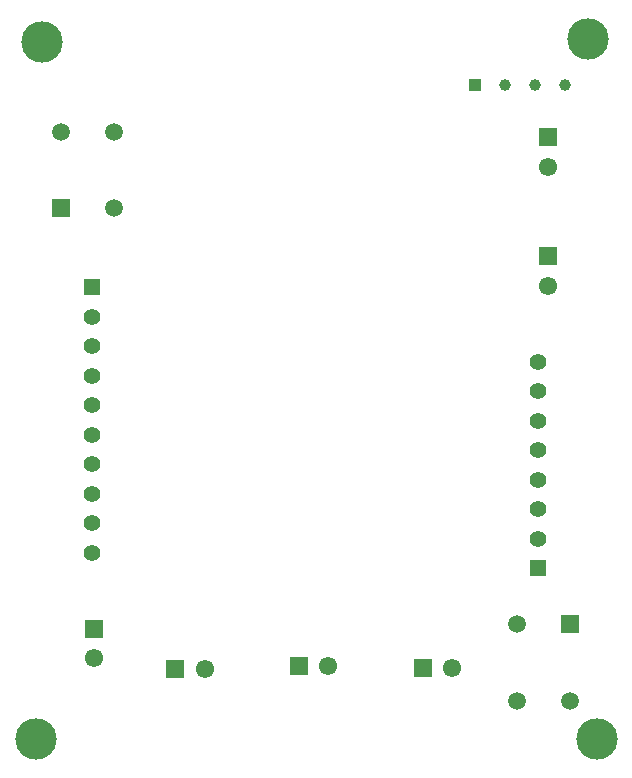
<source format=gbr>
G04*
G04 #@! TF.GenerationSoftware,Altium Limited,Altium Designer,24.2.2 (26)*
G04*
G04 Layer_Color=255*
%FSLAX43Y43*%
%MOMM*%
G71*
G04*
G04 #@! TF.SameCoordinates,78AD72C9-59E1-4A50-B3D3-B96FA2B5B495*
G04*
G04*
G04 #@! TF.FilePolarity,Positive*
G04*
G01*
G75*
%ADD37C,1.550*%
%ADD38R,1.550X1.550*%
%ADD39C,1.400*%
%ADD40R,1.400X1.400*%
%ADD43R,1.550X1.550*%
%ADD49R,1.500X1.500*%
%ADD50C,1.500*%
%ADD51R,0.985X0.985*%
%ADD52C,0.985*%
%ADD53C,3.500*%
D37*
X7175Y9075D02*
D03*
X45600Y50700D02*
D03*
X45625Y40625D02*
D03*
X27025Y8425D02*
D03*
X37525Y8275D02*
D03*
X16575Y8175D02*
D03*
D38*
X7175Y11575D02*
D03*
X45600Y53200D02*
D03*
X45625Y43125D02*
D03*
D39*
X7000Y18000D02*
D03*
Y20500D02*
D03*
Y23000D02*
D03*
Y25500D02*
D03*
Y28000D02*
D03*
Y30500D02*
D03*
Y33000D02*
D03*
Y35500D02*
D03*
Y38000D02*
D03*
X44775Y34175D02*
D03*
Y31675D02*
D03*
Y29175D02*
D03*
Y26675D02*
D03*
Y24175D02*
D03*
Y21675D02*
D03*
Y19175D02*
D03*
D40*
X7000Y40500D02*
D03*
X44775Y16675D02*
D03*
D43*
X24525Y8425D02*
D03*
X35025Y8275D02*
D03*
X14075Y8175D02*
D03*
D49*
X47500Y11950D02*
D03*
X4400Y47150D02*
D03*
D50*
X43000Y11950D02*
D03*
Y5450D02*
D03*
X47500D02*
D03*
X8900Y47150D02*
D03*
Y53650D02*
D03*
X4400D02*
D03*
D51*
X39410Y57575D02*
D03*
D52*
X41950D02*
D03*
X44490D02*
D03*
X47030D02*
D03*
D53*
X2750Y61250D02*
D03*
X49000Y61500D02*
D03*
X2250Y2250D02*
D03*
X49750D02*
D03*
M02*

</source>
